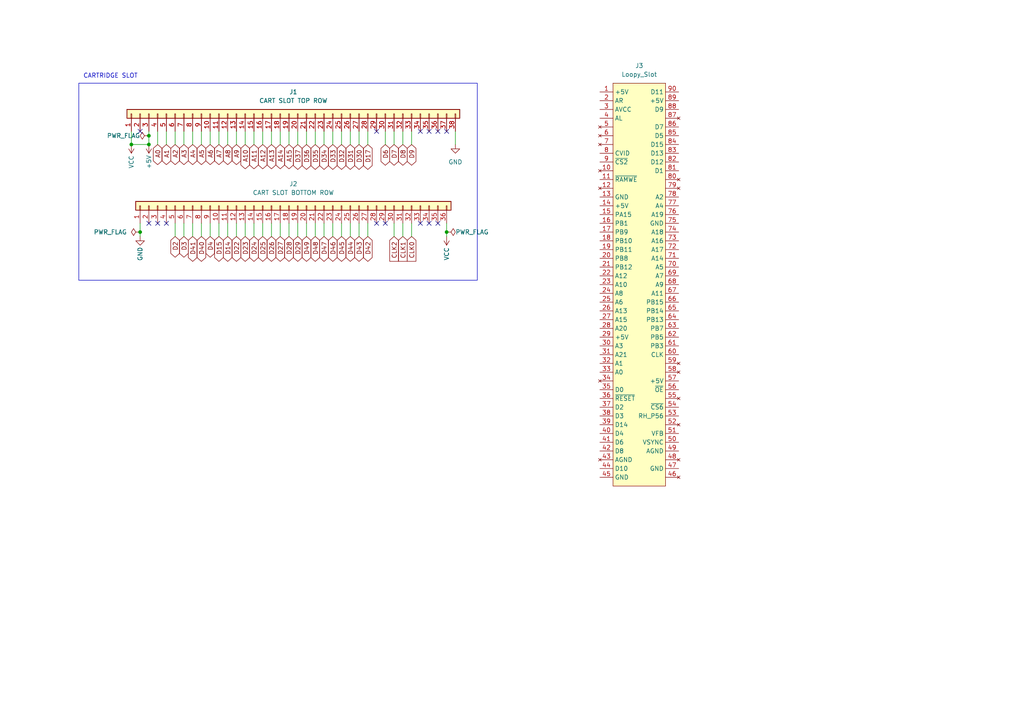
<source format=kicad_sch>
(kicad_sch (version 20230121) (generator eeschema)
  (paper "A4")
  (title_block (title "OSCR CASIO LOOPY ADAPTER") (date "2023-06-14") (rev "V1"))
  (lib_symbols
    (symbol "Connector_Generic:Conn_01x36" (pin_names (offset 1.016) hide)
      (property "Reference" "J" (at 0 45.72 0))
      (property "Value" "Conn_01x36" (at 0 -48.26 0))
      (symbol "Conn_01x36_1_1"
        (rectangle (start -1.27 -45.593) (end 0 -45.847) (stroke (width 0.1524)))
        (rectangle (start -1.27 -43.053) (end 0 -43.307) (stroke (width 0.1524)))
        (rectangle (start -1.27 -40.513) (end 0 -40.767) (stroke (width 0.1524)))
        (rectangle (start -1.27 -37.973) (end 0 -38.227) (stroke (width 0.1524)))
        (rectangle (start -1.27 -35.433) (end 0 -35.687) (stroke (width 0.1524)))
        (rectangle (start -1.27 -32.893) (end 0 -33.147) (stroke (width 0.1524)))
        (rectangle (start -1.27 -30.353) (end 0 -30.607) (stroke (width 0.1524)))
        (rectangle (start -1.27 -27.813) (end 0 -28.067) (stroke (width 0.1524)))
        (rectangle (start -1.27 -25.273) (end 0 -25.527) (stroke (width 0.1524)))
        (rectangle (start -1.27 -22.733) (end 0 -22.987) (stroke (width 0.1524)))
        (rectangle (start -1.27 -20.193) (end 0 -20.447) (stroke (width 0.1524)))
        (rectangle (start -1.27 -17.653) (end 0 -17.907) (stroke (width 0.1524)))
        (rectangle (start -1.27 -15.113) (end 0 -15.367) (stroke (width 0.1524)))
        (rectangle (start -1.27 -12.573) (end 0 -12.827) (stroke (width 0.1524)))
        (rectangle (start -1.27 -10.033) (end 0 -10.287) (stroke (width 0.1524)))
        (rectangle (start -1.27 -7.493) (end 0 -7.747) (stroke (width 0.1524)))
        (rectangle (start -1.27 -4.953) (end 0 -5.207) (stroke (width 0.1524)))
        (rectangle (start -1.27 -2.413) (end 0 -2.667) (stroke (width 0.1524)))
        (rectangle (start -1.27 0.127) (end 0 -0.127) (stroke (width 0.1524)))
        (rectangle (start -1.27 2.667) (end 0 2.413) (stroke (width 0.1524)))
        (rectangle (start -1.27 5.207) (end 0 4.953) (stroke (width 0.1524)))
        (rectangle (start -1.27 7.747) (end 0 7.493) (stroke (width 0.1524)))
        (rectangle (start -1.27 10.287) (end 0 10.033) (stroke (width 0.1524)))
        (rectangle (start -1.27 12.827) (end 0 12.573) (stroke (width 0.1524)))
        (rectangle (start -1.27 15.367) (end 0 15.113) (stroke (width 0.1524)))
        (rectangle (start -1.27 17.907) (end 0 17.653) (stroke (width 0.1524)))
        (rectangle (start -1.27 20.447) (end 0 20.193) (stroke (width 0.1524)))
        (rectangle (start -1.27 22.987) (end 0 22.733) (stroke (width 0.1524)))
        (rectangle (start -1.27 25.527) (end 0 25.273) (stroke (width 0.1524)))
        (rectangle (start -1.27 28.067) (end 0 27.813) (stroke (width 0.1524)))
        (rectangle (start -1.27 30.607) (end 0 30.353) (stroke (width 0.1524)))
        (rectangle (start -1.27 33.147) (end 0 32.893) (stroke (width 0.1524)))
        (rectangle (start -1.27 35.687) (end 0 35.433) (stroke (width 0.1524)))
        (rectangle (start -1.27 38.227) (end 0 37.973) (stroke (width 0.1524)))
        (rectangle (start -1.27 40.767) (end 0 40.513) (stroke (width 0.1524)))
        (rectangle (start -1.27 43.307) (end 0 43.053) (stroke (width 0.1524)))
        (rectangle (start -1.27 44.45) (end 1.27 -46.99) (stroke (width 0.254)) (fill (type background)))
        (pin passive line (at -5.08 43.18 0) (length 3.81) (name "Pin_1") (number "1"))
        (pin passive line (at -5.08 20.32 0) (length 3.81) (name "Pin_10") (number "10"))
        (pin passive line (at -5.08 17.78 0) (length 3.81) (name "Pin_11") (number "11"))
        (pin passive line (at -5.08 15.24 0) (length 3.81) (name "Pin_12") (number "12"))
        (pin passive line (at -5.08 12.7 0) (length 3.81) (name "Pin_13") (number "13"))
        (pin passive line (at -5.08 10.16 0) (length 3.81) (name "Pin_14") (number "14"))
        (pin passive line (at -5.08 7.62 0) (length 3.81) (name "Pin_15") (number "15"))
        (pin passive line (at -5.08 5.08 0) (length 3.81) (name "Pin_16") (number "16"))
        (pin passive line (at -5.08 2.54 0) (length 3.81) (name "Pin_17") (number "17"))
        (pin passive line (at -5.08 0 0) (length 3.81) (name "Pin_18") (number "18"))
        (pin passive line (at -5.08 -2.54 0) (length 3.81) (name "Pin_19") (number "19"))
        (pin passive line (at -5.08 40.64 0) (length 3.81) (name "Pin_2") (number "2"))
        (pin passive line (at -5.08 -5.08 0) (length 3.81) (name "Pin_20") (number "20"))
        (pin passive line (at -5.08 -7.62 0) (length 3.81) (name "Pin_21") (number "21"))
        (pin passive line (at -5.08 -10.16 0) (length 3.81) (name "Pin_22") (number "22"))
        (pin passive line (at -5.08 -12.7 0) (length 3.81) (name "Pin_23") (number "23"))
        (pin passive line (at -5.08 -15.24 0) (length 3.81) (name "Pin_24") (number "24"))
        (pin passive line (at -5.08 -17.78 0) (length 3.81) (name "Pin_25") (number "25"))
        (pin passive line (at -5.08 -20.32 0) (length 3.81) (name "Pin_26") (number "26"))
        (pin passive line (at -5.08 -22.86 0) (length 3.81) (name "Pin_27") (number "27"))
        (pin passive line (at -5.08 -25.4 0) (length 3.81) (name "Pin_28") (number "28"))
        (pin passive line (at -5.08 -27.94 0) (length 3.81) (name "Pin_29") (number "29"))
        (pin passive line (at -5.08 38.1 0) (length 3.81) (name "Pin_3") (number "3"))
        (pin passive line (at -5.08 -30.48 0) (length 3.81) (name "Pin_30") (number "30"))
        (pin passive line (at -5.08 -33.02 0) (length 3.81) (name "Pin_31") (number "31"))
        (pin passive line (at -5.08 -35.56 0) (length 3.81) (name "Pin_32") (number "32"))
        (pin passive line (at -5.08 -38.1 0) (length 3.81) (name "Pin_33") (number "33"))
        (pin passive line (at -5.08 -40.64 0) (length 3.81) (name "Pin_34") (number "34"))
        (pin passive line (at -5.08 -43.18 0) (length 3.81) (name "Pin_35") (number "35"))
        (pin passive line (at -5.08 -45.72 0) (length 3.81) (name "Pin_36") (number "36"))
        (pin passive line (at -5.08 35.56 0) (length 3.81) (name "Pin_4") (number "4"))
        (pin passive line (at -5.08 33.02 0) (length 3.81) (name "Pin_5") (number "5"))
        (pin passive line (at -5.08 30.48 0) (length 3.81) (name "Pin_6") (number "6"))
        (pin passive line (at -5.08 27.94 0) (length 3.81) (name "Pin_7") (number "7"))
        (pin passive line (at -5.08 25.4 0) (length 3.81) (name "Pin_8") (number "8"))
        (pin passive line (at -5.08 22.86 0) (length 3.81) (name "Pin_9") (number "9"))
      )
    )
    (symbol "Connector_Generic:Conn_01x38" (pin_names (offset 1.016) hide)
      (property "Reference" "J" (at 0 48.26 0))
      (property "Value" "Conn_01x38" (at 0 -50.8 0))
      (symbol "Conn_01x38_1_1"
        (rectangle (start -1.27 -48.133) (end 0 -48.387) (stroke (width 0.1524)))
        (rectangle (start -1.27 -45.593) (end 0 -45.847) (stroke (width 0.1524)))
        (rectangle (start -1.27 -43.053) (end 0 -43.307) (stroke (width 0.1524)))
        (rectangle (start -1.27 -40.513) (end 0 -40.767) (stroke (width 0.1524)))
        (rectangle (start -1.27 -37.973) (end 0 -38.227) (stroke (width 0.1524)))
        (rectangle (start -1.27 -35.433) (end 0 -35.687) (stroke (width 0.1524)))
        (rectangle (start -1.27 -32.893) (end 0 -33.147) (stroke (width 0.1524)))
        (rectangle (start -1.27 -30.353) (end 0 -30.607) (stroke (width 0.1524)))
        (rectangle (start -1.27 -27.813) (end 0 -28.067) (stroke (width 0.1524)))
        (rectangle (start -1.27 -25.273) (end 0 -25.527) (stroke (width 0.1524)))
        (rectangle (start -1.27 -22.733) (end 0 -22.987) (stroke (width 0.1524)))
        (rectangle (start -1.27 -20.193) (end 0 -20.447) (stroke (width 0.1524)))
        (rectangle (start -1.27 -17.653) (end 0 -17.907) (stroke (width 0.1524)))
        (rectangle (start -1.27 -15.113) (end 0 -15.367) (stroke (width 0.1524)))
        (rectangle (start -1.27 -12.573) (end 0 -12.827) (stroke (width 0.1524)))
        (rectangle (start -1.27 -10.033) (end 0 -10.287) (stroke (width 0.1524)))
        (rectangle (start -1.27 -7.493) (end 0 -7.747) (stroke (width 0.1524)))
        (rectangle (start -1.27 -4.953) (end 0 -5.207) (stroke (width 0.1524)))
        (rectangle (start -1.27 -2.413) (end 0 -2.667) (stroke (width 0.1524)))
        (rectangle (start -1.27 0.127) (end 0 -0.127) (stroke (width 0.1524)))
        (rectangle (start -1.27 2.667) (end 0 2.413) (stroke (width 0.1524)))
        (rectangle (start -1.27 5.207) (end 0 4.953) (stroke (width 0.1524)))
        (rectangle (start -1.27 7.747) (end 0 7.493) (stroke (width 0.1524)))
        (rectangle (start -1.27 10.287) (end 0 10.033) (stroke (width 0.1524)))
        (rectangle (start -1.27 12.827) (end 0 12.573) (stroke (width 0.1524)))
        (rectangle (start -1.27 15.367) (end 0 15.113) (stroke (width 0.1524)))
        (rectangle (start -1.27 17.907) (end 0 17.653) (stroke (width 0.1524)))
        (rectangle (start -1.27 20.447) (end 0 20.193) (stroke (width 0.1524)))
        (rectangle (start -1.27 22.987) (end 0 22.733) (stroke (width 0.1524)))
        (rectangle (start -1.27 25.527) (end 0 25.273) (stroke (width 0.1524)))
        (rectangle (start -1.27 28.067) (end 0 27.813) (stroke (width 0.1524)))
        (rectangle (start -1.27 30.607) (end 0 30.353) (stroke (width 0.1524)))
        (rectangle (start -1.27 33.147) (end 0 32.893) (stroke (width 0.1524)))
        (rectangle (start -1.27 35.687) (end 0 35.433) (stroke (width 0.1524)))
        (rectangle (start -1.27 38.227) (end 0 37.973) (stroke (width 0.1524)))
        (rectangle (start -1.27 40.767) (end 0 40.513) (stroke (width 0.1524)))
        (rectangle (start -1.27 43.307) (end 0 43.053) (stroke (width 0.1524)))
        (rectangle (start -1.27 45.847) (end 0 45.593) (stroke (width 0.1524)))
        (rectangle (start -1.27 46.99) (end 1.27 -49.53) (stroke (width 0.254)) (fill (type background)))
        (pin passive line (at -5.08 45.72 0) (length 3.81) (name "Pin_1") (number "1"))
        (pin passive line (at -5.08 22.86 0) (length 3.81) (name "Pin_10") (number "10"))
        (pin passive line (at -5.08 20.32 0) (length 3.81) (name "Pin_11") (number "11"))
        (pin passive line (at -5.08 17.78 0) (length 3.81) (name "Pin_12") (number "12"))
        (pin passive line (at -5.08 15.24 0) (length 3.81) (name "Pin_13") (number "13"))
        (pin passive line (at -5.08 12.7 0) (length 3.81) (name "Pin_14") (number "14"))
        (pin passive line (at -5.08 10.16 0) (length 3.81) (name "Pin_15") (number "15"))
        (pin passive line (at -5.08 7.62 0) (length 3.81) (name "Pin_16") (number "16"))
        (pin passive line (at -5.08 5.08 0) (length 3.81) (name "Pin_17") (number "17"))
        (pin passive line (at -5.08 2.54 0) (length 3.81) (name "Pin_18") (number "18"))
        (pin passive line (at -5.08 0 0) (length 3.81) (name "Pin_19") (number "19"))
        (pin passive line (at -5.08 43.18 0) (length 3.81) (name "Pin_2") (number "2"))
        (pin passive line (at -5.08 -2.54 0) (length 3.81) (name "Pin_20") (number "20"))
        (pin passive line (at -5.08 -5.08 0) (length 3.81) (name "Pin_21") (number "21"))
        (pin passive line (at -5.08 -7.62 0) (length 3.81) (name "Pin_22") (number "22"))
        (pin passive line (at -5.08 -10.16 0) (length 3.81) (name "Pin_23") (number "23"))
        (pin passive line (at -5.08 -12.7 0) (length 3.81) (name "Pin_24") (number "24"))
        (pin passive line (at -5.08 -15.24 0) (length 3.81) (name "Pin_25") (number "25"))
        (pin passive line (at -5.08 -17.78 0) (length 3.81) (name "Pin_26") (number "26"))
        (pin passive line (at -5.08 -20.32 0) (length 3.81) (name "Pin_27") (number "27"))
        (pin passive line (at -5.08 -22.86 0) (length 3.81) (name "Pin_28") (number "28"))
        (pin passive line (at -5.08 -25.4 0) (length 3.81) (name "Pin_29") (number "29"))
        (pin passive line (at -5.08 40.64 0) (length 3.81) (name "Pin_3") (number "3"))
        (pin passive line (at -5.08 -27.94 0) (length 3.81) (name "Pin_30") (number "30"))
        (pin passive line (at -5.08 -30.48 0) (length 3.81) (name "Pin_31") (number "31"))
        (pin passive line (at -5.08 -33.02 0) (length 3.81) (name "Pin_32") (number "32"))
        (pin passive line (at -5.08 -35.56 0) (length 3.81) (name "Pin_33") (number "33"))
        (pin passive line (at -5.08 -38.1 0) (length 3.81) (name "Pin_34") (number "34"))
        (pin passive line (at -5.08 -40.64 0) (length 3.81) (name "Pin_35") (number "35"))
        (pin passive line (at -5.08 -43.18 0) (length 3.81) (name "Pin_36") (number "36"))
        (pin passive line (at -5.08 -45.72 0) (length 3.81) (name "Pin_37") (number "37"))
        (pin passive line (at -5.08 -48.26 0) (length 3.81) (name "Pin_38") (number "38"))
        (pin passive line (at -5.08 38.1 0) (length 3.81) (name "Pin_4") (number "4"))
        (pin passive line (at -5.08 35.56 0) (length 3.81) (name "Pin_5") (number "5"))
        (pin passive line (at -5.08 33.02 0) (length 3.81) (name "Pin_6") (number "6"))
        (pin passive line (at -5.08 30.48 0) (length 3.81) (name "Pin_7") (number "7"))
        (pin passive line (at -5.08 27.94 0) (length 3.81) (name "Pin_8") (number "8"))
        (pin passive line (at -5.08 25.4 0) (length 3.81) (name "Pin_9") (number "9"))
      )
    )
    (symbol "OSCR:Loopy_Slot"
      (property "Reference" "J" (at 0 1.27 0))
      (property "Value" "Loopy_Slot" (at 0 0 0))
      (symbol "Loopy_Slot_1_1"
        (rectangle (start -7.62 0) (end 7.62 -116.84) (fill (type background)))
        (pin power_in line (at -11.43 -2.54 0) (length 3.81) (name "+5V") (number "1"))
        (pin no_connect line (at -11.43 -25.4 0) (length 3.81) (name "") (number "10"))
        (pin output line (at -11.43 -27.94 0) (length 3.81) (name "~{RAMWE}") (number "11"))
        (pin no_connect line (at -11.43 -30.48 0) (length 3.81) (name "") (number "12"))
        (pin power_in line (at -11.43 -33.02 0) (length 3.81) (name "GND") (number "13"))
        (pin power_in line (at -11.43 -35.56 0) (length 3.81) (name "+5V") (number "14"))
        (pin passive line (at -11.43 -38.1 0) (length 3.81) (name "PA15") (number "15"))
        (pin passive line (at -11.43 -40.64 0) (length 3.81) (name "PB1") (number "16"))
        (pin passive line (at -11.43 -43.18 0) (length 3.81) (name "PB9") (number "17"))
        (pin passive line (at -11.43 -45.72 0) (length 3.81) (name "PB10") (number "18"))
        (pin passive line (at -11.43 -48.26 0) (length 3.81) (name "PB11") (number "19"))
        (pin passive line (at -11.43 -5.08 0) (length 3.81) (name "AR") (number "2"))
        (pin passive line (at -11.43 -50.8 0) (length 3.81) (name "PB8") (number "20"))
        (pin passive line (at -11.43 -53.34 0) (length 3.81) (name "PB12") (number "21"))
        (pin bidirectional line (at -11.43 -55.88 0) (length 3.81) (name "A12") (number "22"))
        (pin bidirectional line (at -11.43 -58.42 0) (length 3.81) (name "A10") (number "23"))
        (pin bidirectional line (at -11.43 -60.96 0) (length 3.81) (name "A8") (number "24"))
        (pin bidirectional line (at -11.43 -63.5 0) (length 3.81) (name "A6") (number "25"))
        (pin bidirectional line (at -11.43 -66.04 0) (length 3.81) (name "A13") (number "26"))
        (pin bidirectional line (at -11.43 -68.58 0) (length 3.81) (name "A15") (number "27"))
        (pin bidirectional line (at -11.43 -71.12 0) (length 3.81) (name "A20") (number "28"))
        (pin power_out line (at -11.43 -73.66 0) (length 3.81) (name "+5V") (number "29"))
        (pin passive line (at -11.43 -7.62 0) (length 3.81) (name "AVCC") (number "3"))
        (pin bidirectional line (at -11.43 -76.2 0) (length 3.81) (name "A3") (number "30"))
        (pin bidirectional line (at -11.43 -78.74 0) (length 3.81) (name "A21") (number "31"))
        (pin bidirectional line (at -11.43 -81.28 0) (length 3.81) (name "A1") (number "32"))
        (pin bidirectional line (at -11.43 -83.82 0) (length 3.81) (name "A0") (number "33"))
        (pin no_connect line (at -11.43 -86.36 0) (length 3.81) (name "") (number "34"))
        (pin bidirectional line (at -11.43 -88.9 0) (length 3.81) (name "D0") (number "35"))
        (pin output line (at -11.43 -91.44 0) (length 3.81) (name "~{RESET}") (number "36"))
        (pin bidirectional line (at -11.43 -93.98 0) (length 3.81) (name "D2") (number "37"))
        (pin bidirectional line (at -11.43 -96.52 0) (length 3.81) (name "D3") (number "38"))
        (pin bidirectional line (at -11.43 -99.06 0) (length 3.81) (name "D14") (number "39"))
        (pin passive line (at -11.43 -10.16 0) (length 3.81) (name "AL") (number "4"))
        (pin bidirectional line (at -11.43 -101.6 0) (length 3.81) (name "D4") (number "40"))
        (pin bidirectional line (at -11.43 -104.14 0) (length 3.81) (name "D6") (number "41"))
        (pin bidirectional line (at -11.43 -106.68 0) (length 3.81) (name "D8") (number "42"))
        (pin no_connect line (at -11.43 -109.22 0) (length 3.81) (name "AGND") (number "43"))
        (pin bidirectional line (at -11.43 -111.76 0) (length 3.81) (name "D10") (number "44"))
        (pin power_in line (at -11.43 -114.3 0) (length 3.81) (name "GND") (number "45"))
        (pin no_connect line (at 11.43 -114.3 180) (length 3.81) (name "") (number "46"))
        (pin power_in line (at 11.43 -111.76 180) (length 3.81) (name "GND") (number "47"))
        (pin no_connect line (at 11.43 -109.22 180) (length 3.81) (name "") (number "48"))
        (pin passive line (at 11.43 -106.68 180) (length 3.81) (name "AGND") (number "49"))
        (pin no_connect line (at -11.43 -12.7 0) (length 3.81) (name "") (number "5"))
        (pin passive line (at 11.43 -104.14 180) (length 3.81) (name "VSYNC") (number "50"))
        (pin passive line (at 11.43 -101.6 180) (length 3.81) (name "VFB") (number "51"))
        (pin no_connect line (at 11.43 -99.06 180) (length 3.81) (name "") (number "52"))
        (pin passive line (at 11.43 -96.52 180) (length 3.81) (name "RH_P56") (number "53"))
        (pin output line (at 11.43 -93.98 180) (length 3.81) (name "~{CS6}") (number "54"))
        (pin no_connect line (at 11.43 -91.44 180) (length 3.81) (name "") (number "55"))
        (pin passive line (at 11.43 -88.9 180) (length 3.81) (name "~{OE}") (number "56"))
        (pin power_in line (at 11.43 -86.36 180) (length 3.81) (name "+5V") (number "57"))
        (pin no_connect line (at 11.43 -83.82 180) (length 3.81) (name "") (number "58"))
        (pin no_connect line (at 11.43 -81.28 180) (length 3.81) (name "") (number "59"))
        (pin no_connect line (at -11.43 -15.24 0) (length 3.81) (name "") (number "6"))
        (pin passive line (at 11.43 -78.74 180) (length 3.81) (name "CLK") (number "60"))
        (pin passive line (at 11.43 -76.2 180) (length 3.81) (name "PB3") (number "61"))
        (pin passive line (at 11.43 -73.66 180) (length 3.81) (name "PB5") (number "62"))
        (pin passive line (at 11.43 -71.12 180) (length 3.81) (name "PB7") (number "63"))
        (pin passive line (at 11.43 -68.58 180) (length 3.81) (name "PB13") (number "64"))
        (pin passive line (at 11.43 -66.04 180) (length 3.81) (name "PB14") (number "65"))
        (pin passive line (at 11.43 -63.5 180) (length 3.81) (name "PB15") (number "66"))
        (pin bidirectional line (at 11.43 -60.96 180) (length 3.81) (name "A11") (number "67"))
        (pin bidirectional line (at 11.43 -58.42 180) (length 3.81) (name "A9") (number "68"))
        (pin bidirectional line (at 11.43 -55.88 180) (length 3.81) (name "A7") (number "69"))
        (pin no_connect line (at -11.43 -17.78 0) (length 3.81) (name "") (number "7"))
        (pin bidirectional line (at 11.43 -53.34 180) (length 3.81) (name "A5") (number "70"))
        (pin bidirectional line (at 11.43 -50.8 180) (length 3.81) (name "A14") (number "71"))
        (pin bidirectional line (at 11.43 -48.26 180) (length 3.81) (name "A17") (number "72"))
        (pin bidirectional line (at 11.43 -45.72 180) (length 3.81) (name "A16") (number "73"))
        (pin bidirectional line (at 11.43 -43.18 180) (length 3.81) (name "A18") (number "74"))
        (pin power_in line (at 11.43 -40.64 180) (length 3.81) (name "GND") (number "75"))
        (pin bidirectional line (at 11.43 -38.1 180) (length 3.81) (name "A19") (number "76"))
        (pin bidirectional line (at 11.43 -35.56 180) (length 3.81) (name "A4") (number "77"))
        (pin bidirectional line (at 11.43 -33.02 180) (length 3.81) (name "A2") (number "78"))
        (pin no_connect line (at 11.43 -30.48 180) (length 3.81) (name "") (number "79"))
        (pin passive line (at -11.43 -20.32 0) (length 3.81) (name "CVID") (number "8"))
        (pin no_connect line (at 11.43 -27.94 180) (length 3.81) (name "") (number "80"))
        (pin bidirectional line (at 11.43 -25.4 180) (length 3.81) (name "D1") (number "81"))
        (pin bidirectional line (at 11.43 -22.86 180) (length 3.81) (name "D12") (number "82"))
        (pin bidirectional line (at 11.43 -20.32 180) (length 3.81) (name "D13") (number "83"))
        (pin bidirectional line (at 11.43 -17.78 180) (length 3.81) (name "D15") (number "84"))
        (pin bidirectional line (at 11.43 -15.24 180) (length 3.81) (name "D5") (number "85"))
        (pin bidirectional line (at 11.43 -12.7 180) (length 3.81) (name "D7") (number "86"))
        (pin no_connect line (at 11.43 -10.16 180) (length 3.81) (name "") (number "87"))
        (pin bidirectional line (at 11.43 -7.62 180) (length 3.81) (name "D9") (number "88"))
        (pin power_in line (at 11.43 -5.08 180) (length 3.81) (name "+5V") (number "89"))
        (pin output line (at -11.43 -22.86 0) (length 3.81) (name "~{CS2}") (number "9"))
        (pin bidirectional line (at 11.43 -2.54 180) (length 3.81) (name "D11") (number "90"))
      )
    )
    (symbol "power:+5V" (power) (pin_names (offset 0))
      (property "Value" "+5V" (at 0 3.556 0))
      (symbol "+5V_0_1"
        (polyline (pts (xy -0.762 1.27) (xy 0 2.54)))
        (polyline (pts (xy 0 0) (xy 0 2.54)))
        (polyline (pts (xy 0 2.54) (xy 0.762 1.27)))
      )
      (symbol "+5V_1_1"
        (pin power_in line (at 0 0 90) (length 0) hide (name "+5V") (number "1"))
      )
    )
    (symbol "power:GND" (power) (pin_names (offset 0))
      (property "Value" "GND" (at 0 -3.81 0))
      (symbol "GND_0_1"
        (polyline (pts (xy 0 0) (xy 0 -1.27) (xy 1.27 -1.27) (xy 0 -2.54) (xy -1.27 -1.27) (xy 0 -1.27)))
      )
      (symbol "GND_1_1"
        (pin power_in line (at 0 0 270) (length 0) hide (name "GND") (number "1"))
      )
    )
    (symbol "power:PWR_FLAG" (power) (pin_numbers hide) (pin_names (offset 0) hide)
      (property "Value" "PWR_FLAG" (at 0 3.81 0))
      (symbol "PWR_FLAG_0_0"
        (pin power_out line (at 0 0 90) (length 0) (name "pwr") (number "1"))
      )
      (symbol "PWR_FLAG_0_1"
        (polyline (pts (xy 0 0) (xy 0 1.27) (xy -1.016 1.905) (xy 0 2.54) (xy 1.016 1.905) (xy 0 1.27)))
      )
    )
    (symbol "power:VCC" (power) (pin_names (offset 0))
      (property "Value" "VCC" (at 0 3.81 0))
      (symbol "VCC_0_1"
        (polyline (pts (xy -0.762 1.27) (xy 0 2.54)))
        (polyline (pts (xy 0 0) (xy 0 2.54)))
        (polyline (pts (xy 0 2.54) (xy 0.762 1.27)))
      )
      (symbol "VCC_1_1"
        (pin power_in line (at 0 0 90) (length 0) hide (name "VCC") (number "1"))
      )
    )
  )
  (junction (at 43.18 41.91))
  (junction (at 38.1 41.91))
  (junction (at 40.64 67.31))
  (junction (at 129.54 67.31))
  (junction (at 43.18 39.37))
  (no_connect (at 109.22 38.1))
  (no_connect (at 40.64 38.1))
  (no_connect (at 121.92 64.77))
  (no_connect (at 124.46 64.77))
  (no_connect (at 127 64.77))
  (no_connect (at 121.92 38.1))
  (no_connect (at 124.46 38.1))
  (no_connect (at 127 38.1))
  (no_connect (at 129.54 38.1))
  (no_connect (at 43.18 64.77))
  (no_connect (at 45.72 64.77))
  (no_connect (at 48.26 64.77))
  (no_connect (at 109.22 64.77))
  (no_connect (at 111.76 64.77))
  (wire (pts (xy 53.34 64.77) (xy 53.34 68.58)))
  (wire (pts (xy 60.96 64.77) (xy 60.96 68.58)))
  (wire (pts (xy 114.3 38.1) (xy 114.3 41.91)))
  (wire (pts (xy 96.52 38.1) (xy 96.52 41.91)))
  (wire (pts (xy 81.28 38.1) (xy 81.28 41.91)))
  (wire (pts (xy 86.36 64.77) (xy 86.36 68.58)))
  (wire (pts (xy 111.76 38.1) (xy 111.76 41.91)))
  (wire (pts (xy 45.72 38.1) (xy 45.72 41.91)))
  (wire (pts (xy 78.74 38.1) (xy 78.74 41.91)))
  (wire (pts (xy 38.1 38.1) (xy 38.1 41.91)))
  (wire (pts (xy 76.2 38.1) (xy 76.2 41.91)))
  (wire (pts (xy 83.82 64.77) (xy 83.82 68.58)))
  (wire (pts (xy 119.38 64.77) (xy 119.38 68.58)))
  (wire (pts (xy 114.3 64.77) (xy 114.3 68.58)))
  (wire (pts (xy 76.2 64.77) (xy 76.2 68.58)))
  (wire (pts (xy 68.58 38.1) (xy 68.58 41.91)))
  (wire (pts (xy 43.18 38.1) (xy 43.18 39.37)))
  (wire (pts (xy 43.18 39.37) (xy 43.18 41.91)))
  (wire (pts (xy 50.8 38.1) (xy 50.8 41.91)))
  (wire (pts (xy 48.26 38.1) (xy 48.26 41.91)))
  (wire (pts (xy 86.36 38.1) (xy 86.36 41.91)))
  (wire (pts (xy 101.6 64.77) (xy 101.6 68.58)))
  (wire (pts (xy 73.66 38.1) (xy 73.66 41.91)))
  (wire (pts (xy 83.82 38.1) (xy 83.82 41.91)))
  (wire (pts (xy 93.98 64.77) (xy 93.98 68.58)))
  (polyline (pts (xy 22.86 24.13) (xy 22.86 81.28)))
  (polyline (pts (xy 22.86 24.13) (xy 138.43 24.13)))
  (polyline (pts (xy 138.43 24.13) (xy 138.43 81.28)))
  (polyline (pts (xy 138.43 81.28) (xy 22.86 81.28)))
  (wire (pts (xy 58.42 64.77) (xy 58.42 68.58)))
  (wire (pts (xy 55.88 38.1) (xy 55.88 41.91)))
  (wire (pts (xy 104.14 38.1) (xy 104.14 41.91)))
  (wire (pts (xy 99.06 38.1) (xy 99.06 41.91)))
  (wire (pts (xy 99.06 64.77) (xy 99.06 68.58)))
  (wire (pts (xy 81.28 64.77) (xy 81.28 68.58)))
  (wire (pts (xy 68.58 64.77) (xy 68.58 68.58)))
  (wire (pts (xy 71.12 38.1) (xy 71.12 41.91)))
  (wire (pts (xy 91.44 38.1) (xy 91.44 41.91)))
  (wire (pts (xy 116.84 38.1) (xy 116.84 41.91)))
  (wire (pts (xy 50.8 64.77) (xy 50.8 68.58)))
  (wire (pts (xy 38.1 41.91) (xy 43.18 41.91)))
  (wire (pts (xy 71.12 64.77) (xy 71.12 68.58)))
  (wire (pts (xy 58.42 38.1) (xy 58.42 41.91)))
  (wire (pts (xy 53.34 38.1) (xy 53.34 41.91)))
  (wire (pts (xy 116.84 64.77) (xy 116.84 68.58)))
  (wire (pts (xy 106.68 38.1) (xy 106.68 41.91)))
  (wire (pts (xy 63.5 38.1) (xy 63.5 41.91)))
  (wire (pts (xy 96.52 64.77) (xy 96.52 68.58)))
  (wire (pts (xy 66.04 64.77) (xy 66.04 68.58)))
  (wire (pts (xy 132.08 38.1) (xy 132.08 41.91)))
  (wire (pts (xy 78.74 64.77) (xy 78.74 68.58)))
  (wire (pts (xy 119.38 38.1) (xy 119.38 41.91)))
  (wire (pts (xy 66.04 38.1) (xy 66.04 41.91)))
  (wire (pts (xy 60.96 38.1) (xy 60.96 41.91)))
  (wire (pts (xy 88.9 64.77) (xy 88.9 68.58)))
  (wire (pts (xy 88.9 38.1) (xy 88.9 41.91)))
  (wire (pts (xy 91.44 64.77) (xy 91.44 68.58)))
  (wire (pts (xy 73.66 64.77) (xy 73.66 68.58)))
  (wire (pts (xy 129.54 64.77) (xy 129.54 67.31)))
  (wire (pts (xy 129.54 67.31) (xy 129.54 68.58)))
  (wire (pts (xy 93.98 38.1) (xy 93.98 41.91)))
  (wire (pts (xy 55.88 64.77) (xy 55.88 68.58)))
  (wire (pts (xy 101.6 38.1) (xy 101.6 41.91)))
  (wire (pts (xy 40.64 64.77) (xy 40.64 67.31)))
  (wire (pts (xy 40.64 67.31) (xy 40.64 68.58)))
  (wire (pts (xy 104.14 64.77) (xy 104.14 68.58)))
  (wire (pts (xy 106.68 64.77) (xy 106.68 68.58)))
  (wire (pts (xy 63.5 64.77) (xy 63.5 68.58)))
  (text "CARTRIDGE SLOT" (at 24.13 22.86 0) (effects (font (size 1.27 1.27)) (justify left bottom)))
  (global_label "A6" (shape bidirectional) (at 60.96 41.91 270) (property "Intersheetrefs" "${INTERSHEET_REFS}" (effects hide)))
  (global_label "D29" (shape bidirectional) (at 86.36 68.58 270) (property "Intersheetrefs" "${INTERSHEET_REFS}" (effects hide)))
  (global_label "A9" (shape bidirectional) (at 68.58 41.91 270) (property "Intersheetrefs" "${INTERSHEET_REFS}" (effects hide)))
  (global_label "D31" (shape bidirectional) (at 101.6 41.91 270) (property "Intersheetrefs" "${INTERSHEET_REFS}" (effects hide)))
  (global_label "D24" (shape bidirectional) (at 73.66 68.58 270) (property "Intersheetrefs" "${INTERSHEET_REFS}" (effects hide)))
  (global_label "D17" (shape bidirectional) (at 106.68 41.91 270) (property "Intersheetrefs" "${INTERSHEET_REFS}" (effects hide)))
  (global_label "D34" (shape bidirectional) (at 93.98 41.91 270) (property "Intersheetrefs" "${INTERSHEET_REFS}" (effects hide)))
  (global_label "A11" (shape bidirectional) (at 73.66 41.91 270) (property "Intersheetrefs" "${INTERSHEET_REFS}" (effects hide)))
  (global_label "D46" (shape bidirectional) (at 96.52 68.58 270) (property "Intersheetrefs" "${INTERSHEET_REFS}" (effects hide)))
  (global_label "D25" (shape bidirectional) (at 76.2 68.58 270) (property "Intersheetrefs" "${INTERSHEET_REFS}" (effects hide)))
  (global_label "CLK1" (shape input) (at 116.84 68.58 270) (property "Intersheetrefs" "${INTERSHEET_REFS}" (effects hide)))
  (global_label "A5" (shape bidirectional) (at 58.42 41.91 270) (property "Intersheetrefs" "${INTERSHEET_REFS}" (effects hide)))
  (global_label "D49" (shape bidirectional) (at 88.9 68.58 270) (property "Intersheetrefs" "${INTERSHEET_REFS}" (effects hide)))
  (global_label "D7" (shape bidirectional) (at 114.3 41.91 270) (property "Intersheetrefs" "${INTERSHEET_REFS}" (effects hide)))
  (global_label "D33" (shape bidirectional) (at 96.52 41.91 270) (property "Intersheetrefs" "${INTERSHEET_REFS}" (effects hide)))
  (global_label "A12" (shape bidirectional) (at 76.2 41.91 270) (property "Intersheetrefs" "${INTERSHEET_REFS}" (effects hide)))
  (global_label "CLK0" (shape input) (at 119.38 68.58 270) (property "Intersheetrefs" "${INTERSHEET_REFS}" (effects hide)))
  (global_label "D9" (shape bidirectional) (at 119.38 41.91 270) (property "Intersheetrefs" "${INTERSHEET_REFS}" (effects hide)))
  (global_label "A7" (shape bidirectional) (at 63.5 41.91 270) (property "Intersheetrefs" "${INTERSHEET_REFS}" (effects hide)))
  (global_label "D30" (shape bidirectional) (at 104.14 41.91 270) (property "Intersheetrefs" "${INTERSHEET_REFS}" (effects hide)))
  (global_label "D15" (shape bidirectional) (at 63.5 68.58 270) (property "Intersheetrefs" "${INTERSHEET_REFS}" (effects hide)))
  (global_label "D28" (shape bidirectional) (at 83.82 68.58 270) (property "Intersheetrefs" "${INTERSHEET_REFS}" (effects hide)))
  (global_label "D40" (shape bidirectional) (at 58.42 68.58 270) (property "Intersheetrefs" "${INTERSHEET_REFS}" (effects hide)))
  (global_label "A1" (shape bidirectional) (at 48.26 41.91 270) (property "Intersheetrefs" "${INTERSHEET_REFS}" (effects hide)))
  (global_label "D47" (shape bidirectional) (at 93.98 68.58 270) (property "Intersheetrefs" "${INTERSHEET_REFS}" (effects hide)))
  (global_label "A13" (shape bidirectional) (at 78.74 41.91 270) (property "Intersheetrefs" "${INTERSHEET_REFS}" (effects hide)))
  (global_label "A3" (shape bidirectional) (at 53.34 41.91 270) (property "Intersheetrefs" "${INTERSHEET_REFS}" (effects hide)))
  (global_label "D43" (shape bidirectional) (at 104.14 68.58 270) (property "Intersheetrefs" "${INTERSHEET_REFS}" (effects hide)))
  (global_label "D8" (shape bidirectional) (at 116.84 41.91 270) (property "Intersheetrefs" "${INTERSHEET_REFS}" (effects hide)))
  (global_label "D36" (shape bidirectional) (at 88.9 41.91 270) (property "Intersheetrefs" "${INTERSHEET_REFS}" (effects hide)))
  (global_label "D23" (shape bidirectional) (at 71.12 68.58 270) (property "Intersheetrefs" "${INTERSHEET_REFS}" (effects hide)))
  (global_label "D41" (shape bidirectional) (at 55.88 68.58 270) (property "Intersheetrefs" "${INTERSHEET_REFS}" (effects hide)))
  (global_label "D14" (shape bidirectional) (at 66.04 68.58 270) (property "Intersheetrefs" "${INTERSHEET_REFS}" (effects hide)))
  (global_label "D4" (shape bidirectional) (at 60.96 68.58 270) (property "Intersheetrefs" "${INTERSHEET_REFS}" (effects hide)))
  (global_label "D22" (shape bidirectional) (at 68.58 68.58 270) (property "Intersheetrefs" "${INTERSHEET_REFS}" (effects hide)))
  (global_label "D2" (shape bidirectional) (at 50.8 68.58 270) (property "Intersheetrefs" "${INTERSHEET_REFS}" (effects hide)))
  (global_label "D35" (shape bidirectional) (at 91.44 41.91 270) (property "Intersheetrefs" "${INTERSHEET_REFS}" (effects hide)))
  (global_label "A0" (shape bidirectional) (at 45.72 41.91 270) (property "Intersheetrefs" "${INTERSHEET_REFS}" (effects hide)))
  (global_label "D44" (shape bidirectional) (at 101.6 68.58 270) (property "Intersheetrefs" "${INTERSHEET_REFS}" (effects hide)))
  (global_label "D48" (shape bidirectional) (at 91.44 68.58 270) (property "Intersheetrefs" "${INTERSHEET_REFS}" (effects hide)))
  (global_label "A10" (shape bidirectional) (at 71.12 41.91 270) (property "Intersheetrefs" "${INTERSHEET_REFS}" (effects hide)))
  (global_label "D27" (shape bidirectional) (at 81.28 68.58 270) (property "Intersheetrefs" "${INTERSHEET_REFS}" (effects hide)))
  (global_label "D3" (shape bidirectional) (at 53.34 68.58 270) (property "Intersheetrefs" "${INTERSHEET_REFS}" (effects hide)))
  (global_label "D42" (shape bidirectional) (at 106.68 68.58 270) (property "Intersheetrefs" "${INTERSHEET_REFS}" (effects hide)))
  (global_label "D32" (shape bidirectional) (at 99.06 41.91 270) (property "Intersheetrefs" "${INTERSHEET_REFS}" (effects hide)))
  (global_label "D37" (shape bidirectional) (at 86.36 41.91 270) (property "Intersheetrefs" "${INTERSHEET_REFS}" (effects hide)))
  (global_label "A14" (shape bidirectional) (at 81.28 41.91 270) (property "Intersheetrefs" "${INTERSHEET_REFS}" (effects hide)))
  (global_label "D45" (shape bidirectional) (at 99.06 68.58 270) (property "Intersheetrefs" "${INTERSHEET_REFS}" (effects hide)))
  (global_label "A15" (shape bidirectional) (at 83.82 41.91 270) (property "Intersheetrefs" "${INTERSHEET_REFS}" (effects hide)))
  (global_label "D6" (shape bidirectional) (at 111.76 41.91 270) (property "Intersheetrefs" "${INTERSHEET_REFS}" (effects hide)))
  (global_label "CLK2" (shape input) (at 114.3 68.58 270) (property "Intersheetrefs" "${INTERSHEET_REFS}" (effects hide)))
  (global_label "D26" (shape bidirectional) (at 78.74 68.58 270) (property "Intersheetrefs" "${INTERSHEET_REFS}" (effects hide)))
  (global_label "A4" (shape bidirectional) (at 55.88 41.91 270) (property "Intersheetrefs" "${INTERSHEET_REFS}" (effects hide)))
  (global_label "A8" (shape bidirectional) (at 66.04 41.91 270) (property "Intersheetrefs" "${INTERSHEET_REFS}" (effects hide)))
  (global_label "A2" (shape bidirectional) (at 50.8 41.91 270) (property "Intersheetrefs" "${INTERSHEET_REFS}" (effects hide)))
  (symbol (lib_id "power:+5V") (at 43.18 41.91 180) (unit 1)
    (property "Reference" "#PWR015" (effects hide))
    (property "Value" "+5V" (at 43.18 46.99 90))
  )
  (symbol (lib_id "Connector_Generic:Conn_01x36") (at 83.82 59.69 90) (unit 1)
    (property "Reference" "J2" (at 85.09 53.34 90))
    (property "Value" "CART SLOT BOTTOM ROW" (at 85.09 55.88 90))
    (property "Footprint" "Connector_PinSocket_2.54mm:PinSocket_1x36_P2.54mm_Vertical" (effects hide))
  )
  (symbol (lib_id "power:GND") (at 40.64 68.58 0) (unit 1)
    (property "Reference" "#PWR01" (effects hide))
    (property "Value" "GND" (at 40.64 73.66 90))
  )
  (symbol (lib_id "power:GND") (at 132.08 41.91 0) (unit 1)
    (property "Reference" "#PWR03" (effects hide))
    (property "Value" "GND" (at 132.08 46.99 0))
  )
  (symbol (lib_id "power:VCC") (at 129.54 68.58 180) (unit 1)
    (property "Reference" "#PWR02" (effects hide))
    (property "Value" "VCC" (at 129.54 73.66 90))
  )
  (symbol (lib_id "OSCR:Loopy_Slot") (at 185.42 24.13 0) (unit 1)
    (property "Reference" "J3" (at 185.42 19.05 0))
    (property "Value" "Loopy_Slot" (at 185.42 21.59 0))
    (property "Footprint" "OSCR:Loopy_Slot" (effects hide))
  )
  (symbol (lib_id "Connector_Generic:Conn_01x38") (at 83.82 33.02 90) (unit 1)
    (property "Reference" "J1" (at 85.09 26.67 90))
    (property "Value" "CART SLOT TOP ROW" (at 85.09 29.21 90))
    (property "Footprint" "Connector_PinSocket_2.54mm:PinSocket_1x38_P2.54mm_Vertical" (effects hide))
  )
  (symbol (lib_id "power:PWR_FLAG") (at 43.18 39.37 90) (unit 1)
    (property "Reference" "#FLG0101" (effects hide))
    (property "Value" "PWR_FLAG" (at 40.64 39.3701 90) (effects (justify left)))
  )
  (symbol (lib_id "power:PWR_FLAG") (at 129.54 67.31 270) (unit 1)
    (property "Reference" "#FLG02" (effects hide))
    (property "Value" "PWR_FLAG" (at 132.08 67.3099 90) (effects (justify left)))
  )
  (symbol (lib_id "power:VCC") (at 38.1 41.91 180) (unit 1)
    (property "Reference" "#PWR013" (effects hide))
    (property "Value" "VCC" (at 38.1 46.99 90))
  )
  (symbol (lib_id "power:PWR_FLAG") (at 40.64 67.31 90) (unit 1)
    (property "Reference" "#FLG01" (effects hide))
    (property "Value" "PWR_FLAG" (at 36.83 67.3099 90) (effects (justify left)))
  )
)
</source>
